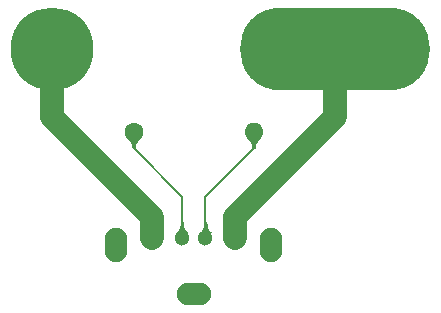
<source format=gbr>
G04 #@! TF.GenerationSoftware,KiCad,Pcbnew,(5.1.6)-1*
G04 #@! TF.CreationDate,2020-08-24T22:25:31-04:00*
G04 #@! TF.ProjectId,usbanana,75736261-6e61-46e6-912e-6b696361645f,1*
G04 #@! TF.SameCoordinates,Original*
G04 #@! TF.FileFunction,Copper,L2,Bot*
G04 #@! TF.FilePolarity,Positive*
%FSLAX46Y46*%
G04 Gerber Fmt 4.6, Leading zero omitted, Abs format (unit mm)*
G04 Created by KiCad (PCBNEW (5.1.6)-1) date 2020-08-24 22:25:31*
%MOMM*%
%LPD*%
G01*
G04 APERTURE LIST*
G04 #@! TA.AperFunction,ComponentPad*
%ADD10O,16.100000X7.000000*%
G04 #@! TD*
G04 #@! TA.AperFunction,ComponentPad*
%ADD11C,7.000000*%
G04 #@! TD*
G04 #@! TA.AperFunction,ComponentPad*
%ADD12O,1.600000X1.600000*%
G04 #@! TD*
G04 #@! TA.AperFunction,ComponentPad*
%ADD13C,1.600000*%
G04 #@! TD*
G04 #@! TA.AperFunction,ComponentPad*
%ADD14O,2.900000X1.900000*%
G04 #@! TD*
G04 #@! TA.AperFunction,ComponentPad*
%ADD15O,1.900000X2.900000*%
G04 #@! TD*
G04 #@! TA.AperFunction,ComponentPad*
%ADD16C,1.300000*%
G04 #@! TD*
G04 #@! TA.AperFunction,ComponentPad*
%ADD17R,1.300000X1.300000*%
G04 #@! TD*
G04 #@! TA.AperFunction,Conductor*
%ADD18C,2.000000*%
G04 #@! TD*
G04 #@! TA.AperFunction,Conductor*
%ADD19C,0.200000*%
G04 #@! TD*
G04 #@! TA.AperFunction,Conductor*
%ADD20C,0.025400*%
G04 #@! TD*
G04 APERTURE END LIST*
D10*
X150500000Y-94000000D03*
D11*
X126500000Y-94000000D03*
D12*
X143580000Y-101000000D03*
D13*
X133420000Y-101000000D03*
D14*
X138500000Y-114780000D03*
D15*
X131930000Y-110600000D03*
X145070000Y-110600000D03*
D16*
X135000000Y-110000000D03*
X137500000Y-110000000D03*
X139500000Y-110000000D03*
D17*
X142000000Y-110000000D03*
D18*
X126500000Y-99750000D02*
X135000000Y-108250000D01*
X126500000Y-95500000D02*
X126500000Y-99750000D01*
X135000000Y-108250000D02*
X135000000Y-110000000D01*
D19*
X137500000Y-106500000D02*
X137500000Y-110000000D01*
X133420000Y-101000000D02*
X133420000Y-102420000D01*
X133420000Y-102420000D02*
X137500000Y-106500000D01*
X143580000Y-101000000D02*
X143580000Y-102420000D01*
X139500000Y-106500000D02*
X139500000Y-110000000D01*
X143580000Y-102420000D02*
X139500000Y-106500000D01*
D18*
X142000000Y-108250000D02*
X142000000Y-110000000D01*
X150500000Y-99750000D02*
X142000000Y-108250000D01*
X150500000Y-95500000D02*
X150500000Y-99750000D01*
D20*
G36*
X137590857Y-108774086D02*
G01*
X137590923Y-108775013D01*
X137601573Y-108873113D01*
X137601716Y-108874081D01*
X137619466Y-108968826D01*
X137619694Y-108969819D01*
X137644544Y-109061211D01*
X137644861Y-109062211D01*
X137676811Y-109150250D01*
X137677216Y-109151236D01*
X137716266Y-109235921D01*
X137716753Y-109236871D01*
X137762903Y-109318202D01*
X137763461Y-109319096D01*
X137816711Y-109397074D01*
X137817324Y-109397898D01*
X137877674Y-109472523D01*
X137878325Y-109473267D01*
X137939271Y-109537664D01*
X137500000Y-110299574D01*
X137060729Y-109537664D01*
X137121674Y-109473267D01*
X137122325Y-109472523D01*
X137182675Y-109397898D01*
X137183288Y-109397074D01*
X137236538Y-109319096D01*
X137237096Y-109318202D01*
X137283246Y-109236871D01*
X137283733Y-109235921D01*
X137322783Y-109151236D01*
X137323188Y-109150250D01*
X137355138Y-109062211D01*
X137355455Y-109061211D01*
X137380305Y-108969819D01*
X137380533Y-108968826D01*
X137398283Y-108874081D01*
X137398426Y-108873113D01*
X137409076Y-108775013D01*
X137409142Y-108774086D01*
X137412264Y-108684890D01*
X137587736Y-108684890D01*
X137590857Y-108774086D01*
G37*
X137590857Y-108774086D02*
X137590923Y-108775013D01*
X137601573Y-108873113D01*
X137601716Y-108874081D01*
X137619466Y-108968826D01*
X137619694Y-108969819D01*
X137644544Y-109061211D01*
X137644861Y-109062211D01*
X137676811Y-109150250D01*
X137677216Y-109151236D01*
X137716266Y-109235921D01*
X137716753Y-109236871D01*
X137762903Y-109318202D01*
X137763461Y-109319096D01*
X137816711Y-109397074D01*
X137817324Y-109397898D01*
X137877674Y-109472523D01*
X137878325Y-109473267D01*
X137939271Y-109537664D01*
X137500000Y-110299574D01*
X137060729Y-109537664D01*
X137121674Y-109473267D01*
X137122325Y-109472523D01*
X137182675Y-109397898D01*
X137183288Y-109397074D01*
X137236538Y-109319096D01*
X137237096Y-109318202D01*
X137283246Y-109236871D01*
X137283733Y-109235921D01*
X137322783Y-109151236D01*
X137323188Y-109150250D01*
X137355138Y-109062211D01*
X137355455Y-109061211D01*
X137380305Y-108969819D01*
X137380533Y-108968826D01*
X137398283Y-108874081D01*
X137398426Y-108873113D01*
X137409076Y-108775013D01*
X137409142Y-108774086D01*
X137412264Y-108684890D01*
X137587736Y-108684890D01*
X137590857Y-108774086D01*
G36*
X133964197Y-101569330D02*
G01*
X133883506Y-101652095D01*
X133883078Y-101652556D01*
X133804878Y-101741141D01*
X133804426Y-101741683D01*
X133735426Y-101829206D01*
X133734954Y-101829845D01*
X133675154Y-101916306D01*
X133674673Y-101917056D01*
X133624073Y-102002456D01*
X133623598Y-102003334D01*
X133582198Y-102087672D01*
X133581754Y-102088688D01*
X133549554Y-102171963D01*
X133549169Y-102173121D01*
X133526169Y-102255335D01*
X133525879Y-102256628D01*
X133512079Y-102337780D01*
X133511920Y-102339181D01*
X133508008Y-102407300D01*
X133331992Y-102407300D01*
X133328079Y-102339181D01*
X133327920Y-102337780D01*
X133314120Y-102256628D01*
X133313830Y-102255335D01*
X133290830Y-102173121D01*
X133290445Y-102171963D01*
X133258245Y-102088688D01*
X133257801Y-102087672D01*
X133216401Y-102003334D01*
X133215926Y-102002456D01*
X133165326Y-101917056D01*
X133164845Y-101916306D01*
X133105045Y-101829845D01*
X133104573Y-101829206D01*
X133035573Y-101741683D01*
X133035121Y-101741141D01*
X132956921Y-101652556D01*
X132956493Y-101652095D01*
X132875803Y-101569330D01*
X133420000Y-100625426D01*
X133964197Y-101569330D01*
G37*
X133964197Y-101569330D02*
X133883506Y-101652095D01*
X133883078Y-101652556D01*
X133804878Y-101741141D01*
X133804426Y-101741683D01*
X133735426Y-101829206D01*
X133734954Y-101829845D01*
X133675154Y-101916306D01*
X133674673Y-101917056D01*
X133624073Y-102002456D01*
X133623598Y-102003334D01*
X133582198Y-102087672D01*
X133581754Y-102088688D01*
X133549554Y-102171963D01*
X133549169Y-102173121D01*
X133526169Y-102255335D01*
X133525879Y-102256628D01*
X133512079Y-102337780D01*
X133511920Y-102339181D01*
X133508008Y-102407300D01*
X133331992Y-102407300D01*
X133328079Y-102339181D01*
X133327920Y-102337780D01*
X133314120Y-102256628D01*
X133313830Y-102255335D01*
X133290830Y-102173121D01*
X133290445Y-102171963D01*
X133258245Y-102088688D01*
X133257801Y-102087672D01*
X133216401Y-102003334D01*
X133215926Y-102002456D01*
X133165326Y-101917056D01*
X133164845Y-101916306D01*
X133105045Y-101829845D01*
X133104573Y-101829206D01*
X133035573Y-101741683D01*
X133035121Y-101741141D01*
X132956921Y-101652556D01*
X132956493Y-101652095D01*
X132875803Y-101569330D01*
X133420000Y-100625426D01*
X133964197Y-101569330D01*
G36*
X144124197Y-101569330D02*
G01*
X144043506Y-101652095D01*
X144043078Y-101652556D01*
X143964878Y-101741141D01*
X143964426Y-101741683D01*
X143895426Y-101829206D01*
X143894954Y-101829845D01*
X143835154Y-101916306D01*
X143834673Y-101917056D01*
X143784073Y-102002456D01*
X143783598Y-102003334D01*
X143742198Y-102087672D01*
X143741754Y-102088688D01*
X143709554Y-102171963D01*
X143709169Y-102173121D01*
X143686169Y-102255335D01*
X143685879Y-102256628D01*
X143672079Y-102337780D01*
X143671920Y-102339181D01*
X143668008Y-102407300D01*
X143491992Y-102407300D01*
X143488079Y-102339181D01*
X143487920Y-102337780D01*
X143474120Y-102256628D01*
X143473830Y-102255335D01*
X143450830Y-102173121D01*
X143450445Y-102171963D01*
X143418245Y-102088688D01*
X143417801Y-102087672D01*
X143376401Y-102003334D01*
X143375926Y-102002456D01*
X143325326Y-101917056D01*
X143324845Y-101916306D01*
X143265045Y-101829845D01*
X143264573Y-101829206D01*
X143195573Y-101741683D01*
X143195121Y-101741141D01*
X143116921Y-101652556D01*
X143116493Y-101652095D01*
X143035803Y-101569330D01*
X143580000Y-100625426D01*
X144124197Y-101569330D01*
G37*
X144124197Y-101569330D02*
X144043506Y-101652095D01*
X144043078Y-101652556D01*
X143964878Y-101741141D01*
X143964426Y-101741683D01*
X143895426Y-101829206D01*
X143894954Y-101829845D01*
X143835154Y-101916306D01*
X143834673Y-101917056D01*
X143784073Y-102002456D01*
X143783598Y-102003334D01*
X143742198Y-102087672D01*
X143741754Y-102088688D01*
X143709554Y-102171963D01*
X143709169Y-102173121D01*
X143686169Y-102255335D01*
X143685879Y-102256628D01*
X143672079Y-102337780D01*
X143671920Y-102339181D01*
X143668008Y-102407300D01*
X143491992Y-102407300D01*
X143488079Y-102339181D01*
X143487920Y-102337780D01*
X143474120Y-102256628D01*
X143473830Y-102255335D01*
X143450830Y-102173121D01*
X143450445Y-102171963D01*
X143418245Y-102088688D01*
X143417801Y-102087672D01*
X143376401Y-102003334D01*
X143375926Y-102002456D01*
X143325326Y-101917056D01*
X143324845Y-101916306D01*
X143265045Y-101829845D01*
X143264573Y-101829206D01*
X143195573Y-101741683D01*
X143195121Y-101741141D01*
X143116921Y-101652556D01*
X143116493Y-101652095D01*
X143035803Y-101569330D01*
X143580000Y-100625426D01*
X144124197Y-101569330D01*
G36*
X139590857Y-108774086D02*
G01*
X139590923Y-108775013D01*
X139601573Y-108873113D01*
X139601716Y-108874081D01*
X139619466Y-108968826D01*
X139619694Y-108969819D01*
X139644544Y-109061211D01*
X139644861Y-109062211D01*
X139676811Y-109150250D01*
X139677216Y-109151236D01*
X139716266Y-109235921D01*
X139716753Y-109236871D01*
X139762903Y-109318202D01*
X139763461Y-109319096D01*
X139816711Y-109397074D01*
X139817324Y-109397898D01*
X139877674Y-109472523D01*
X139878325Y-109473267D01*
X139939271Y-109537664D01*
X139500000Y-110299574D01*
X139060729Y-109537664D01*
X139121674Y-109473267D01*
X139122325Y-109472523D01*
X139182675Y-109397898D01*
X139183288Y-109397074D01*
X139236538Y-109319096D01*
X139237096Y-109318202D01*
X139283246Y-109236871D01*
X139283733Y-109235921D01*
X139322783Y-109151236D01*
X139323188Y-109150250D01*
X139355138Y-109062211D01*
X139355455Y-109061211D01*
X139380305Y-108969819D01*
X139380533Y-108968826D01*
X139398283Y-108874081D01*
X139398426Y-108873113D01*
X139409076Y-108775013D01*
X139409142Y-108774086D01*
X139412264Y-108684890D01*
X139587736Y-108684890D01*
X139590857Y-108774086D01*
G37*
X139590857Y-108774086D02*
X139590923Y-108775013D01*
X139601573Y-108873113D01*
X139601716Y-108874081D01*
X139619466Y-108968826D01*
X139619694Y-108969819D01*
X139644544Y-109061211D01*
X139644861Y-109062211D01*
X139676811Y-109150250D01*
X139677216Y-109151236D01*
X139716266Y-109235921D01*
X139716753Y-109236871D01*
X139762903Y-109318202D01*
X139763461Y-109319096D01*
X139816711Y-109397074D01*
X139817324Y-109397898D01*
X139877674Y-109472523D01*
X139878325Y-109473267D01*
X139939271Y-109537664D01*
X139500000Y-110299574D01*
X139060729Y-109537664D01*
X139121674Y-109473267D01*
X139122325Y-109472523D01*
X139182675Y-109397898D01*
X139183288Y-109397074D01*
X139236538Y-109319096D01*
X139237096Y-109318202D01*
X139283246Y-109236871D01*
X139283733Y-109235921D01*
X139322783Y-109151236D01*
X139323188Y-109150250D01*
X139355138Y-109062211D01*
X139355455Y-109061211D01*
X139380305Y-108969819D01*
X139380533Y-108968826D01*
X139398283Y-108874081D01*
X139398426Y-108873113D01*
X139409076Y-108775013D01*
X139409142Y-108774086D01*
X139412264Y-108684890D01*
X139587736Y-108684890D01*
X139590857Y-108774086D01*
M02*

</source>
